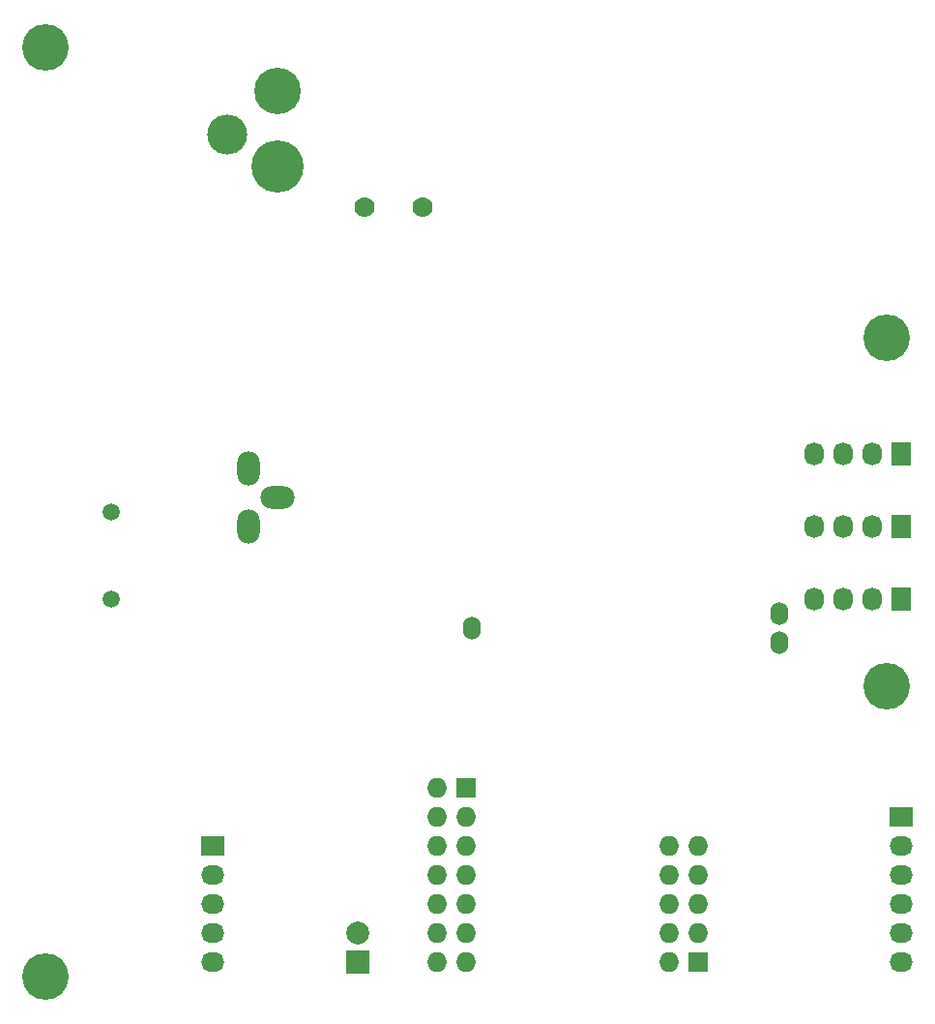
<source format=gbr>
G04 #@! TF.FileFunction,Soldermask,Bot*
%FSLAX46Y46*%
G04 Gerber Fmt 4.6, Leading zero omitted, Abs format (unit mm)*
G04 Created by KiCad (PCBNEW 4.0.2-stable) date 5/4/2016 5:53:34 PM*
%MOMM*%
G01*
G04 APERTURE LIST*
%ADD10C,0.127000*%
%ADD11O,2.999740X1.998980*%
%ADD12O,1.998980X2.999740*%
%ADD13R,2.000000X2.000000*%
%ADD14C,2.000000*%
%ADD15O,1.524000X2.032000*%
%ADD16R,1.727200X2.032000*%
%ADD17O,1.727200X2.032000*%
%ADD18R,1.727200X1.727200*%
%ADD19O,1.727200X1.727200*%
%ADD20C,1.500000*%
%ADD21C,1.778000*%
%ADD22R,2.032000X1.727200*%
%ADD23O,2.032000X1.727200*%
%ADD24O,4.572000X4.572000*%
%ADD25O,4.064000X4.064000*%
%ADD26O,3.500120X3.500120*%
%ADD27C,4.064000*%
G04 APERTURE END LIST*
D10*
D11*
X63500000Y-125730000D03*
D12*
X60960000Y-123190000D03*
X60960000Y-128270000D03*
D13*
X70485000Y-166370000D03*
D14*
X70485000Y-163830000D03*
D15*
X107429300Y-135890000D03*
X80530700Y-137160000D03*
X107429300Y-138430000D03*
D16*
X118110000Y-134620000D03*
D17*
X115570000Y-134620000D03*
X113030000Y-134620000D03*
X110490000Y-134620000D03*
D16*
X118110000Y-121920000D03*
D17*
X115570000Y-121920000D03*
X113030000Y-121920000D03*
X110490000Y-121920000D03*
D16*
X118110000Y-128270000D03*
D17*
X115570000Y-128270000D03*
X113030000Y-128270000D03*
X110490000Y-128270000D03*
D18*
X80010000Y-151130000D03*
D19*
X77470000Y-151130000D03*
X80010000Y-153670000D03*
X77470000Y-153670000D03*
X80010000Y-156210000D03*
X77470000Y-156210000D03*
X80010000Y-158750000D03*
X77470000Y-158750000D03*
X80010000Y-161290000D03*
X77470000Y-161290000D03*
X80010000Y-163830000D03*
X77470000Y-163830000D03*
X80010000Y-166370000D03*
X77470000Y-166370000D03*
D20*
X48895000Y-134610000D03*
X48895000Y-127010000D03*
D21*
X76200000Y-100330000D03*
X71120000Y-100330000D03*
D22*
X118110000Y-153670000D03*
D23*
X118110000Y-156210000D03*
X118110000Y-158750000D03*
X118110000Y-161290000D03*
X118110000Y-163830000D03*
X118110000Y-166370000D03*
D22*
X57785000Y-156210000D03*
D23*
X57785000Y-158750000D03*
X57785000Y-161290000D03*
X57785000Y-163830000D03*
X57785000Y-166370000D03*
D24*
X63500000Y-96774000D03*
D25*
X63500000Y-90170000D03*
D26*
X59055000Y-93980000D03*
D18*
X100330000Y-166370000D03*
D19*
X97790000Y-166370000D03*
X100330000Y-163830000D03*
X97790000Y-163830000D03*
X100330000Y-161290000D03*
X97790000Y-161290000D03*
X100330000Y-158750000D03*
X97790000Y-158750000D03*
X100330000Y-156210000D03*
X97790000Y-156210000D03*
D27*
X43180000Y-167640000D03*
X43180000Y-86360000D03*
X116840000Y-142240000D03*
X116840000Y-111760000D03*
M02*

</source>
